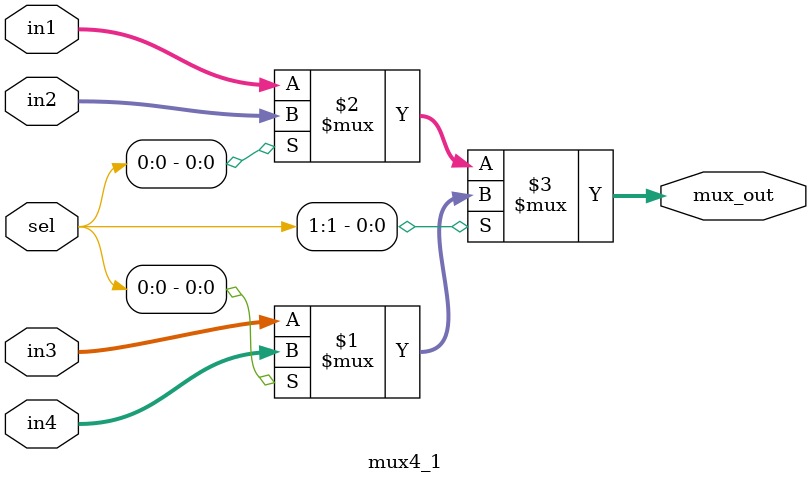
<source format=v>
module mux4_1 (
                input [1:0]sel, 
                input [31:0] in1,
                input [31:0] in2,
                input [31:0] in3,
                input [31:0] in4,
                output [31:0] mux_out);
    assign mux_out = sel[1] ?(sel[0]?in4:in3) :(sel[0]?in2:in1);
endmodule
</source>
